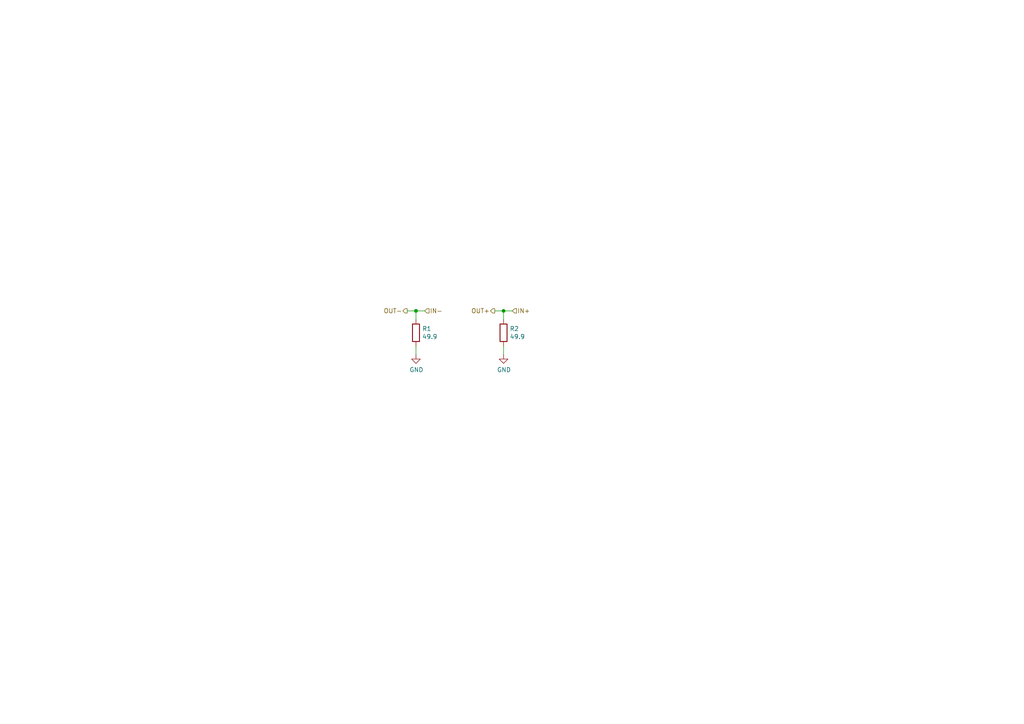
<source format=kicad_sch>
(kicad_sch (version 20250114) (generator "eeschema") (generator_version "9.0")
  (paper "A4")
  (title_block (title "PCIexpress_x4_full") (company "Author: Luca Anastasio"))
  (lib_symbols
    (symbol "Device:R" (pin_numbers (hide yes)) (pin_names (offset 0))
      (property "Reference" "R" (at 2.032 0 90))
      (property "Value" "R" (at 0 0 90))
      (symbol "R_0_1"
        (rectangle (start -1.016 -2.54) (end 1.016 2.54) (stroke (width 0.254)))
      )
      (symbol "R_1_1"
        (pin passive line (at 0 3.81 270) (length 1.27) (name "~") (number "1"))
        (pin passive line (at 0 -3.81 90) (length 1.27) (name "~") (number "2"))
      )
    )
    (symbol "power:GND" (power) (pin_names (offset 0))
      (property "Value" "GND" (at 0 -3.81 0))
      (symbol "GND_0_1"
        (polyline (pts (xy 0 0) (xy 0 -1.27) (xy 1.27 -1.27) (xy 0 -2.54) (xy -1.27 -1.27) (xy 0 -1.27)))
      )
      (symbol "GND_1_1"
        (pin power_in line (at 0 0 270) (length 0) (hide yes) (name "GND") (number "1"))
      )
    )
  )
  (junction (at 146.05 90.17))
  (junction (at 120.65 90.17))
  (wire (pts (xy 143.51 90.17) (xy 146.05 90.17)))
  (wire (pts (xy 118.11 90.17) (xy 120.65 90.17)))
  (wire (pts (xy 120.65 100.33) (xy 120.65 102.87)))
  (wire (pts (xy 120.65 90.17) (xy 123.19 90.17)))
  (wire (pts (xy 146.05 100.33) (xy 146.05 102.87)))
  (wire (pts (xy 146.05 92.71) (xy 146.05 90.17)))
  (wire (pts (xy 120.65 92.71) (xy 120.65 90.17)))
  (wire (pts (xy 146.05 90.17) (xy 148.59 90.17)))
  (hierarchical_label "IN+" (shape input) (at 148.59 90.17 0))
  (hierarchical_label "IN-" (shape input) (at 123.19 90.17 0))
  (hierarchical_label "OUT+" (shape output) (at 143.51 90.17 180))
  (hierarchical_label "OUT-" (shape output) (at 118.11 90.17 180))
  (symbol (lib_id "Device:R") (at 120.65 96.52 0) (unit 1)
    (property "Reference" "R1" (at 122.428 95.3516 0) (effects (justify left)))
    (property "Value" "49.9" (at 122.428 97.663 0) (effects (justify left)))
    (property "Footprint" "Resistor_SMD:R_0603_1608Metric" (effects (hide yes)))
    (instances (project "" (path "" (reference "R1") (unit 1)) (path "" (reference "R13") (unit 1)) (path "" (reference "R30") (unit 1)) (path "" (reference "R34") (unit 1))))
  )
  (symbol (lib_id "Device:R") (at 146.05 96.52 0) (unit 1)
    (property "Reference" "R2" (at 147.828 95.3516 0) (effects (justify left)))
    (property "Value" "49.9" (at 147.828 97.663 0) (effects (justify left)))
    (property "Footprint" "Resistor_SMD:R_0603_1608Metric" (effects (hide yes)))
    (instances (project "" (path "" (reference "R2") (unit 1)) (path "" (reference "R14") (unit 1)) (path "" (reference "R31") (unit 1)) (path "" (reference "R35") (unit 1))))
  )
  (symbol (lib_id "power:GND") (at 120.65 102.87 0) (unit 1)
    (property "Reference" "#PWR09" (effects (hide yes)))
    (property "Value" "GND" (at 120.777 107.2642 0))
    (instances (project "" (path "" (reference "#PWR09") (unit 1)) (path "" (reference "#PWR040") (unit 1)) (path "" (reference "#PWR0115") (unit 1)) (path "" (reference "#PWR0127") (unit 1))))
  )
  (symbol (lib_id "power:GND") (at 146.05 102.87 0) (unit 1)
    (property "Reference" "#PWR010" (effects (hide yes)))
    (property "Value" "GND" (at 146.177 107.2642 0))
    (instances (project "" (path "" (reference "#PWR010") (unit 1)) (path "" (reference "#PWR041") (unit 1)) (path "" (reference "#PWR0116") (unit 1)) (path "" (reference "#PWR0128") (unit 1))))
  )
)
</source>
